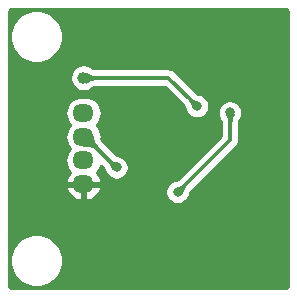
<source format=gbl>
G04 #@! TF.GenerationSoftware,KiCad,Pcbnew,(5.1.2)-1*
G04 #@! TF.CreationDate,2025-09-14T13:11:52+09:00*
G04 #@! TF.ProjectId,ots,6f74732e-6b69-4636-9164-5f7063625858,v1.1*
G04 #@! TF.SameCoordinates,Original*
G04 #@! TF.FileFunction,Copper,L2,Bot*
G04 #@! TF.FilePolarity,Positive*
%FSLAX46Y46*%
G04 Gerber Fmt 4.6, Leading zero omitted, Abs format (unit mm)*
G04 Created by KiCad (PCBNEW (5.1.2)-1) date 2025-09-14 13:11:52*
%MOMM*%
%LPD*%
G04 APERTURE LIST*
%ADD10C,1.000000*%
%ADD11O,1.800000X1.524000*%
%ADD12C,0.800000*%
%ADD13C,0.300000*%
%ADD14C,0.254000*%
%ADD15C,0.025400*%
G04 APERTURE END LIST*
D10*
X154000000Y-85500000D03*
D11*
X154000000Y-94500000D03*
X154000000Y-92500000D03*
X154000000Y-90500000D03*
X154000000Y-88500000D03*
D12*
X156800000Y-93100000D03*
X149500000Y-93900000D03*
X160700000Y-91100000D03*
X166000000Y-94300000D03*
X161500000Y-101100000D03*
X169800000Y-101500000D03*
X162000000Y-84800000D03*
X155700000Y-84399980D03*
X158400000Y-86800000D03*
X170200000Y-90000000D03*
X149600000Y-87000000D03*
X155900000Y-101000000D03*
X166395200Y-88434500D03*
X161975000Y-95175000D03*
X163600000Y-87900000D03*
D13*
X161975000Y-95175000D02*
X166395200Y-90754800D01*
X166395200Y-90754800D02*
X166395200Y-88434500D01*
X154000000Y-85500000D02*
X161200000Y-85500000D01*
X161200000Y-85500000D02*
X163200001Y-87500001D01*
X163200001Y-87500001D02*
X163600000Y-87900000D01*
X156738000Y-93100000D02*
X156800000Y-93100000D01*
X154138000Y-90500000D02*
X156738000Y-93100000D01*
X154000000Y-90500000D02*
X154138000Y-90500000D01*
D14*
G36*
X171065424Y-79669580D02*
G01*
X171128356Y-79688580D01*
X171186405Y-79719445D01*
X171237343Y-79760989D01*
X171279248Y-79811644D01*
X171310515Y-79869471D01*
X171329956Y-79932272D01*
X171340000Y-80027835D01*
X171340001Y-102967711D01*
X171330420Y-103065424D01*
X171311420Y-103128357D01*
X171280554Y-103186406D01*
X171239011Y-103237343D01*
X171188356Y-103279248D01*
X171130529Y-103310515D01*
X171067728Y-103329956D01*
X170972165Y-103340000D01*
X148032279Y-103340000D01*
X147934576Y-103330420D01*
X147871643Y-103311420D01*
X147813594Y-103280554D01*
X147762657Y-103239011D01*
X147720752Y-103188356D01*
X147689485Y-103130529D01*
X147670044Y-103067728D01*
X147660000Y-102972165D01*
X147660000Y-100779872D01*
X147765000Y-100779872D01*
X147765000Y-101220128D01*
X147850890Y-101651925D01*
X148019369Y-102058669D01*
X148263962Y-102424729D01*
X148575271Y-102736038D01*
X148941331Y-102980631D01*
X149348075Y-103149110D01*
X149779872Y-103235000D01*
X150220128Y-103235000D01*
X150651925Y-103149110D01*
X151058669Y-102980631D01*
X151424729Y-102736038D01*
X151736038Y-102424729D01*
X151980631Y-102058669D01*
X152149110Y-101651925D01*
X152235000Y-101220128D01*
X152235000Y-100779872D01*
X152149110Y-100348075D01*
X151980631Y-99941331D01*
X151736038Y-99575271D01*
X151424729Y-99263962D01*
X151058669Y-99019369D01*
X150651925Y-98850890D01*
X150220128Y-98765000D01*
X149779872Y-98765000D01*
X149348075Y-98850890D01*
X148941331Y-99019369D01*
X148575271Y-99263962D01*
X148263962Y-99575271D01*
X148019369Y-99941331D01*
X147850890Y-100348075D01*
X147765000Y-100779872D01*
X147660000Y-100779872D01*
X147660000Y-94843070D01*
X152507780Y-94843070D01*
X152597476Y-95095068D01*
X152737865Y-95330330D01*
X152921454Y-95533683D01*
X153141188Y-95697312D01*
X153388622Y-95814929D01*
X153654248Y-95882014D01*
X153873000Y-95738749D01*
X153873000Y-94627000D01*
X154127000Y-94627000D01*
X154127000Y-95738749D01*
X154345752Y-95882014D01*
X154611378Y-95814929D01*
X154858812Y-95697312D01*
X155078546Y-95533683D01*
X155262135Y-95330330D01*
X155402524Y-95095068D01*
X155410357Y-95073061D01*
X160940000Y-95073061D01*
X160940000Y-95276939D01*
X160979774Y-95476898D01*
X161057795Y-95665256D01*
X161171063Y-95834774D01*
X161315226Y-95978937D01*
X161484744Y-96092205D01*
X161673102Y-96170226D01*
X161873061Y-96210000D01*
X162076939Y-96210000D01*
X162276898Y-96170226D01*
X162465256Y-96092205D01*
X162634774Y-95978937D01*
X162778937Y-95834774D01*
X162892205Y-95665256D01*
X162970226Y-95476898D01*
X162978432Y-95435644D01*
X162980525Y-95429185D01*
X162986940Y-95408157D01*
X163005513Y-95343267D01*
X163008083Y-95334021D01*
X163022831Y-95279388D01*
X163033071Y-95243356D01*
X163037611Y-95229818D01*
X163040243Y-95225930D01*
X163056074Y-95206490D01*
X163095367Y-95164790D01*
X166923011Y-91337146D01*
X166952964Y-91312564D01*
X167051062Y-91193033D01*
X167123954Y-91056660D01*
X167150062Y-90970594D01*
X167168842Y-90908687D01*
X167176220Y-90833774D01*
X167180200Y-90793361D01*
X167180200Y-90793356D01*
X167183997Y-90754800D01*
X167180200Y-90716244D01*
X167180200Y-89233946D01*
X167181903Y-89176659D01*
X167184454Y-89151726D01*
X167185341Y-89147120D01*
X167191702Y-89134340D01*
X167209929Y-89101639D01*
X167238144Y-89052559D01*
X167242865Y-89044200D01*
X167275616Y-88985183D01*
X167285950Y-88965777D01*
X167289039Y-88959725D01*
X167312405Y-88924756D01*
X167390426Y-88736398D01*
X167430200Y-88536439D01*
X167430200Y-88332561D01*
X167390426Y-88132602D01*
X167312405Y-87944244D01*
X167199137Y-87774726D01*
X167054974Y-87630563D01*
X166885456Y-87517295D01*
X166697098Y-87439274D01*
X166497139Y-87399500D01*
X166293261Y-87399500D01*
X166093302Y-87439274D01*
X165904944Y-87517295D01*
X165735426Y-87630563D01*
X165591263Y-87774726D01*
X165477995Y-87944244D01*
X165399974Y-88132602D01*
X165360200Y-88332561D01*
X165360200Y-88536439D01*
X165399974Y-88736398D01*
X165477995Y-88924756D01*
X165501353Y-88959714D01*
X165504445Y-88965771D01*
X165514783Y-88985183D01*
X165547534Y-89044200D01*
X165552255Y-89052559D01*
X165580470Y-89101639D01*
X165598697Y-89134340D01*
X165605058Y-89147120D01*
X165605945Y-89151726D01*
X165608496Y-89176660D01*
X165610201Y-89233979D01*
X165610200Y-90429643D01*
X161985220Y-94054623D01*
X161943509Y-94093925D01*
X161924069Y-94109756D01*
X161920181Y-94112388D01*
X161906643Y-94116928D01*
X161870611Y-94127168D01*
X161815978Y-94141916D01*
X161806732Y-94144486D01*
X161741842Y-94163059D01*
X161720804Y-94169477D01*
X161714345Y-94171570D01*
X161673102Y-94179774D01*
X161484744Y-94257795D01*
X161315226Y-94371063D01*
X161171063Y-94515226D01*
X161057795Y-94684744D01*
X160979774Y-94873102D01*
X160940000Y-95073061D01*
X155410357Y-95073061D01*
X155492220Y-94843070D01*
X155369720Y-94627000D01*
X154127000Y-94627000D01*
X153873000Y-94627000D01*
X152630280Y-94627000D01*
X152507780Y-94843070D01*
X147660000Y-94843070D01*
X147660000Y-88500000D01*
X152458241Y-88500000D01*
X152485214Y-88773860D01*
X152565096Y-89037195D01*
X152694817Y-89279887D01*
X152869392Y-89492608D01*
X152878399Y-89500000D01*
X152869392Y-89507392D01*
X152694817Y-89720113D01*
X152565096Y-89962805D01*
X152485214Y-90226140D01*
X152458241Y-90500000D01*
X152485214Y-90773860D01*
X152565096Y-91037195D01*
X152694817Y-91279887D01*
X152869392Y-91492608D01*
X152878399Y-91500000D01*
X152869392Y-91507392D01*
X152694817Y-91720113D01*
X152565096Y-91962805D01*
X152485214Y-92226140D01*
X152458241Y-92500000D01*
X152485214Y-92773860D01*
X152565096Y-93037195D01*
X152694817Y-93279887D01*
X152869392Y-93492608D01*
X152885663Y-93505961D01*
X152737865Y-93669670D01*
X152597476Y-93904932D01*
X152507780Y-94156930D01*
X152630280Y-94373000D01*
X153873000Y-94373000D01*
X153873000Y-94353000D01*
X154127000Y-94353000D01*
X154127000Y-94373000D01*
X155369720Y-94373000D01*
X155492220Y-94156930D01*
X155402524Y-93904932D01*
X155262135Y-93669670D01*
X155114337Y-93505961D01*
X155130608Y-93492608D01*
X155305183Y-93279887D01*
X155434904Y-93037195D01*
X155465192Y-92937350D01*
X155639717Y-93111875D01*
X155686338Y-93160973D01*
X155710522Y-93189840D01*
X155722407Y-93206396D01*
X155728445Y-93216456D01*
X155734851Y-93229305D01*
X155745674Y-93254769D01*
X155762837Y-93299176D01*
X155785269Y-93357836D01*
X155790069Y-93370010D01*
X155816881Y-93436015D01*
X155825897Y-93457109D01*
X155848471Y-93507390D01*
X155882795Y-93590256D01*
X155996063Y-93759774D01*
X156140226Y-93903937D01*
X156309744Y-94017205D01*
X156498102Y-94095226D01*
X156698061Y-94135000D01*
X156901939Y-94135000D01*
X157101898Y-94095226D01*
X157290256Y-94017205D01*
X157459774Y-93903937D01*
X157603937Y-93759774D01*
X157717205Y-93590256D01*
X157795226Y-93401898D01*
X157835000Y-93201939D01*
X157835000Y-92998061D01*
X157795226Y-92798102D01*
X157717205Y-92609744D01*
X157603937Y-92440226D01*
X157459774Y-92296063D01*
X157290256Y-92182795D01*
X157101898Y-92104774D01*
X157003722Y-92085246D01*
X156947990Y-92073424D01*
X156932629Y-92070363D01*
X156867133Y-92058150D01*
X156865832Y-92057909D01*
X156815502Y-92048632D01*
X156796832Y-92044638D01*
X156788074Y-92037571D01*
X156748769Y-92000612D01*
X155708459Y-90960302D01*
X155614456Y-90857647D01*
X155564195Y-90789728D01*
X155535842Y-90739844D01*
X155521515Y-90705538D01*
X155541759Y-90500000D01*
X155514786Y-90226140D01*
X155434904Y-89962805D01*
X155305183Y-89720113D01*
X155130608Y-89507392D01*
X155121601Y-89500000D01*
X155130608Y-89492608D01*
X155305183Y-89279887D01*
X155434904Y-89037195D01*
X155514786Y-88773860D01*
X155541759Y-88500000D01*
X155514786Y-88226140D01*
X155434904Y-87962805D01*
X155305183Y-87720113D01*
X155130608Y-87507392D01*
X154917887Y-87332817D01*
X154675195Y-87203096D01*
X154411860Y-87123214D01*
X154206625Y-87103000D01*
X153793375Y-87103000D01*
X153588140Y-87123214D01*
X153324805Y-87203096D01*
X153082113Y-87332817D01*
X152869392Y-87507392D01*
X152694817Y-87720113D01*
X152565096Y-87962805D01*
X152485214Y-88226140D01*
X152458241Y-88500000D01*
X147660000Y-88500000D01*
X147660000Y-85388212D01*
X152865000Y-85388212D01*
X152865000Y-85611788D01*
X152908617Y-85831067D01*
X152994176Y-86037624D01*
X153118388Y-86223520D01*
X153276480Y-86381612D01*
X153462376Y-86505824D01*
X153668933Y-86591383D01*
X153888212Y-86635000D01*
X154111788Y-86635000D01*
X154331067Y-86591383D01*
X154537624Y-86505824D01*
X154581479Y-86476521D01*
X154600002Y-86466846D01*
X154630198Y-86450012D01*
X154705345Y-86405395D01*
X154723883Y-86393954D01*
X154790049Y-86351534D01*
X154791410Y-86350659D01*
X154842522Y-86317706D01*
X154871034Y-86300805D01*
X154881337Y-86295734D01*
X154884505Y-86294575D01*
X154895667Y-86291907D01*
X154928447Y-86287725D01*
X155001789Y-86285000D01*
X160874843Y-86285000D01*
X162472768Y-87882925D01*
X162513696Y-87926278D01*
X162531220Y-87947661D01*
X162535924Y-87954530D01*
X162536281Y-87955352D01*
X162541368Y-87970102D01*
X162551821Y-88005852D01*
X162566963Y-88060690D01*
X162569191Y-88068559D01*
X162588254Y-88134285D01*
X162594277Y-88153867D01*
X162596704Y-88161325D01*
X162604774Y-88201898D01*
X162682795Y-88390256D01*
X162796063Y-88559774D01*
X162940226Y-88703937D01*
X163109744Y-88817205D01*
X163298102Y-88895226D01*
X163498061Y-88935000D01*
X163701939Y-88935000D01*
X163901898Y-88895226D01*
X164090256Y-88817205D01*
X164259774Y-88703937D01*
X164403937Y-88559774D01*
X164517205Y-88390256D01*
X164595226Y-88201898D01*
X164635000Y-88001939D01*
X164635000Y-87798061D01*
X164595226Y-87598102D01*
X164517205Y-87409744D01*
X164403937Y-87240226D01*
X164259774Y-87096063D01*
X164090256Y-86982795D01*
X163901898Y-86904774D01*
X163861325Y-86896704D01*
X163853867Y-86894277D01*
X163834285Y-86888254D01*
X163768559Y-86869191D01*
X163760690Y-86866963D01*
X163705852Y-86851821D01*
X163670102Y-86841368D01*
X163655352Y-86836281D01*
X163654530Y-86835924D01*
X163647661Y-86831220D01*
X163626278Y-86813696D01*
X163582925Y-86772768D01*
X161782347Y-84972190D01*
X161757764Y-84942236D01*
X161638233Y-84844138D01*
X161501860Y-84771246D01*
X161353887Y-84726359D01*
X161238561Y-84715000D01*
X161238553Y-84715000D01*
X161200000Y-84711203D01*
X161161447Y-84715000D01*
X155001798Y-84715000D01*
X154928448Y-84712274D01*
X154895667Y-84708092D01*
X154884505Y-84705424D01*
X154881337Y-84704265D01*
X154871034Y-84699194D01*
X154842522Y-84682293D01*
X154791410Y-84649340D01*
X154790049Y-84648465D01*
X154723883Y-84606045D01*
X154705345Y-84594604D01*
X154630198Y-84549987D01*
X154599997Y-84533151D01*
X154581478Y-84523478D01*
X154537624Y-84494176D01*
X154331067Y-84408617D01*
X154111788Y-84365000D01*
X153888212Y-84365000D01*
X153668933Y-84408617D01*
X153462376Y-84494176D01*
X153276480Y-84618388D01*
X153118388Y-84776480D01*
X152994176Y-84962376D01*
X152908617Y-85168933D01*
X152865000Y-85388212D01*
X147660000Y-85388212D01*
X147660000Y-81779872D01*
X147765000Y-81779872D01*
X147765000Y-82220128D01*
X147850890Y-82651925D01*
X148019369Y-83058669D01*
X148263962Y-83424729D01*
X148575271Y-83736038D01*
X148941331Y-83980631D01*
X149348075Y-84149110D01*
X149779872Y-84235000D01*
X150220128Y-84235000D01*
X150651925Y-84149110D01*
X151058669Y-83980631D01*
X151424729Y-83736038D01*
X151736038Y-83424729D01*
X151980631Y-83058669D01*
X152149110Y-82651925D01*
X152235000Y-82220128D01*
X152235000Y-81779872D01*
X152149110Y-81348075D01*
X151980631Y-80941331D01*
X151736038Y-80575271D01*
X151424729Y-80263962D01*
X151058669Y-80019369D01*
X150651925Y-79850890D01*
X150220128Y-79765000D01*
X149779872Y-79765000D01*
X149348075Y-79850890D01*
X148941331Y-80019369D01*
X148575271Y-80263962D01*
X148263962Y-80575271D01*
X148019369Y-80941331D01*
X147850890Y-81348075D01*
X147765000Y-81779872D01*
X147660000Y-81779872D01*
X147660000Y-80032279D01*
X147669580Y-79934576D01*
X147688580Y-79871644D01*
X147719445Y-79813595D01*
X147760989Y-79762657D01*
X147811644Y-79720752D01*
X147869471Y-79689485D01*
X147932272Y-79670044D01*
X148027835Y-79660000D01*
X170967721Y-79660000D01*
X171065424Y-79669580D01*
X171065424Y-79669580D01*
G37*
X171065424Y-79669580D02*
X171128356Y-79688580D01*
X171186405Y-79719445D01*
X171237343Y-79760989D01*
X171279248Y-79811644D01*
X171310515Y-79869471D01*
X171329956Y-79932272D01*
X171340000Y-80027835D01*
X171340001Y-102967711D01*
X171330420Y-103065424D01*
X171311420Y-103128357D01*
X171280554Y-103186406D01*
X171239011Y-103237343D01*
X171188356Y-103279248D01*
X171130529Y-103310515D01*
X171067728Y-103329956D01*
X170972165Y-103340000D01*
X148032279Y-103340000D01*
X147934576Y-103330420D01*
X147871643Y-103311420D01*
X147813594Y-103280554D01*
X147762657Y-103239011D01*
X147720752Y-103188356D01*
X147689485Y-103130529D01*
X147670044Y-103067728D01*
X147660000Y-102972165D01*
X147660000Y-100779872D01*
X147765000Y-100779872D01*
X147765000Y-101220128D01*
X147850890Y-101651925D01*
X148019369Y-102058669D01*
X148263962Y-102424729D01*
X148575271Y-102736038D01*
X148941331Y-102980631D01*
X149348075Y-103149110D01*
X149779872Y-103235000D01*
X150220128Y-103235000D01*
X150651925Y-103149110D01*
X151058669Y-102980631D01*
X151424729Y-102736038D01*
X151736038Y-102424729D01*
X151980631Y-102058669D01*
X152149110Y-101651925D01*
X152235000Y-101220128D01*
X152235000Y-100779872D01*
X152149110Y-100348075D01*
X151980631Y-99941331D01*
X151736038Y-99575271D01*
X151424729Y-99263962D01*
X151058669Y-99019369D01*
X150651925Y-98850890D01*
X150220128Y-98765000D01*
X149779872Y-98765000D01*
X149348075Y-98850890D01*
X148941331Y-99019369D01*
X148575271Y-99263962D01*
X148263962Y-99575271D01*
X148019369Y-99941331D01*
X147850890Y-100348075D01*
X147765000Y-100779872D01*
X147660000Y-100779872D01*
X147660000Y-94843070D01*
X152507780Y-94843070D01*
X152597476Y-95095068D01*
X152737865Y-95330330D01*
X152921454Y-95533683D01*
X153141188Y-95697312D01*
X153388622Y-95814929D01*
X153654248Y-95882014D01*
X153873000Y-95738749D01*
X153873000Y-94627000D01*
X154127000Y-94627000D01*
X154127000Y-95738749D01*
X154345752Y-95882014D01*
X154611378Y-95814929D01*
X154858812Y-95697312D01*
X155078546Y-95533683D01*
X155262135Y-95330330D01*
X155402524Y-95095068D01*
X155410357Y-95073061D01*
X160940000Y-95073061D01*
X160940000Y-95276939D01*
X160979774Y-95476898D01*
X161057795Y-95665256D01*
X161171063Y-95834774D01*
X161315226Y-95978937D01*
X161484744Y-96092205D01*
X161673102Y-96170226D01*
X161873061Y-96210000D01*
X162076939Y-96210000D01*
X162276898Y-96170226D01*
X162465256Y-96092205D01*
X162634774Y-95978937D01*
X162778937Y-95834774D01*
X162892205Y-95665256D01*
X162970226Y-95476898D01*
X162978432Y-95435644D01*
X162980525Y-95429185D01*
X162986940Y-95408157D01*
X163005513Y-95343267D01*
X163008083Y-95334021D01*
X163022831Y-95279388D01*
X163033071Y-95243356D01*
X163037611Y-95229818D01*
X163040243Y-95225930D01*
X163056074Y-95206490D01*
X163095367Y-95164790D01*
X166923011Y-91337146D01*
X166952964Y-91312564D01*
X167051062Y-91193033D01*
X167123954Y-91056660D01*
X167150062Y-90970594D01*
X167168842Y-90908687D01*
X167176220Y-90833774D01*
X167180200Y-90793361D01*
X167180200Y-90793356D01*
X167183997Y-90754800D01*
X167180200Y-90716244D01*
X167180200Y-89233946D01*
X167181903Y-89176659D01*
X167184454Y-89151726D01*
X167185341Y-89147120D01*
X167191702Y-89134340D01*
X167209929Y-89101639D01*
X167238144Y-89052559D01*
X167242865Y-89044200D01*
X167275616Y-88985183D01*
X167285950Y-88965777D01*
X167289039Y-88959725D01*
X167312405Y-88924756D01*
X167390426Y-88736398D01*
X167430200Y-88536439D01*
X167430200Y-88332561D01*
X167390426Y-88132602D01*
X167312405Y-87944244D01*
X167199137Y-87774726D01*
X167054974Y-87630563D01*
X166885456Y-87517295D01*
X166697098Y-87439274D01*
X166497139Y-87399500D01*
X166293261Y-87399500D01*
X166093302Y-87439274D01*
X165904944Y-87517295D01*
X165735426Y-87630563D01*
X165591263Y-87774726D01*
X165477995Y-87944244D01*
X165399974Y-88132602D01*
X165360200Y-88332561D01*
X165360200Y-88536439D01*
X165399974Y-88736398D01*
X165477995Y-88924756D01*
X165501353Y-88959714D01*
X165504445Y-88965771D01*
X165514783Y-88985183D01*
X165547534Y-89044200D01*
X165552255Y-89052559D01*
X165580470Y-89101639D01*
X165598697Y-89134340D01*
X165605058Y-89147120D01*
X165605945Y-89151726D01*
X165608496Y-89176660D01*
X165610201Y-89233979D01*
X165610200Y-90429643D01*
X161985220Y-94054623D01*
X161943509Y-94093925D01*
X161924069Y-94109756D01*
X161920181Y-94112388D01*
X161906643Y-94116928D01*
X161870611Y-94127168D01*
X161815978Y-94141916D01*
X161806732Y-94144486D01*
X161741842Y-94163059D01*
X161720804Y-94169477D01*
X161714345Y-94171570D01*
X161673102Y-94179774D01*
X161484744Y-94257795D01*
X161315226Y-94371063D01*
X161171063Y-94515226D01*
X161057795Y-94684744D01*
X160979774Y-94873102D01*
X160940000Y-95073061D01*
X155410357Y-95073061D01*
X155492220Y-94843070D01*
X155369720Y-94627000D01*
X154127000Y-94627000D01*
X153873000Y-94627000D01*
X152630280Y-94627000D01*
X152507780Y-94843070D01*
X147660000Y-94843070D01*
X147660000Y-88500000D01*
X152458241Y-88500000D01*
X152485214Y-88773860D01*
X152565096Y-89037195D01*
X152694817Y-89279887D01*
X152869392Y-89492608D01*
X152878399Y-89500000D01*
X152869392Y-89507392D01*
X152694817Y-89720113D01*
X152565096Y-89962805D01*
X152485214Y-90226140D01*
X152458241Y-90500000D01*
X152485214Y-90773860D01*
X152565096Y-91037195D01*
X152694817Y-91279887D01*
X152869392Y-91492608D01*
X152878399Y-91500000D01*
X152869392Y-91507392D01*
X152694817Y-91720113D01*
X152565096Y-91962805D01*
X152485214Y-92226140D01*
X152458241Y-92500000D01*
X152485214Y-92773860D01*
X152565096Y-93037195D01*
X152694817Y-93279887D01*
X152869392Y-93492608D01*
X152885663Y-93505961D01*
X152737865Y-93669670D01*
X152597476Y-93904932D01*
X152507780Y-94156930D01*
X152630280Y-94373000D01*
X153873000Y-94373000D01*
X153873000Y-94353000D01*
X154127000Y-94353000D01*
X154127000Y-94373000D01*
X155369720Y-94373000D01*
X155492220Y-94156930D01*
X155402524Y-93904932D01*
X155262135Y-93669670D01*
X155114337Y-93505961D01*
X155130608Y-93492608D01*
X155305183Y-93279887D01*
X155434904Y-93037195D01*
X155465192Y-92937350D01*
X155639717Y-93111875D01*
X155686338Y-93160973D01*
X155710522Y-93189840D01*
X155722407Y-93206396D01*
X155728445Y-93216456D01*
X155734851Y-93229305D01*
X155745674Y-93254769D01*
X155762837Y-93299176D01*
X155785269Y-93357836D01*
X155790069Y-93370010D01*
X155816881Y-93436015D01*
X155825897Y-93457109D01*
X155848471Y-93507390D01*
X155882795Y-93590256D01*
X155996063Y-93759774D01*
X156140226Y-93903937D01*
X156309744Y-94017205D01*
X156498102Y-94095226D01*
X156698061Y-94135000D01*
X156901939Y-94135000D01*
X157101898Y-94095226D01*
X157290256Y-94017205D01*
X157459774Y-93903937D01*
X157603937Y-93759774D01*
X157717205Y-93590256D01*
X157795226Y-93401898D01*
X157835000Y-93201939D01*
X157835000Y-92998061D01*
X157795226Y-92798102D01*
X157717205Y-92609744D01*
X157603937Y-92440226D01*
X157459774Y-92296063D01*
X157290256Y-92182795D01*
X157101898Y-92104774D01*
X157003722Y-92085246D01*
X156947990Y-92073424D01*
X156932629Y-92070363D01*
X156867133Y-92058150D01*
X156865832Y-92057909D01*
X156815502Y-92048632D01*
X156796832Y-92044638D01*
X156788074Y-92037571D01*
X156748769Y-92000612D01*
X155708459Y-90960302D01*
X155614456Y-90857647D01*
X155564195Y-90789728D01*
X155535842Y-90739844D01*
X155521515Y-90705538D01*
X155541759Y-90500000D01*
X155514786Y-90226140D01*
X155434904Y-89962805D01*
X155305183Y-89720113D01*
X155130608Y-89507392D01*
X155121601Y-89500000D01*
X155130608Y-89492608D01*
X155305183Y-89279887D01*
X155434904Y-89037195D01*
X155514786Y-88773860D01*
X155541759Y-88500000D01*
X155514786Y-88226140D01*
X155434904Y-87962805D01*
X155305183Y-87720113D01*
X155130608Y-87507392D01*
X154917887Y-87332817D01*
X154675195Y-87203096D01*
X154411860Y-87123214D01*
X154206625Y-87103000D01*
X153793375Y-87103000D01*
X153588140Y-87123214D01*
X153324805Y-87203096D01*
X153082113Y-87332817D01*
X152869392Y-87507392D01*
X152694817Y-87720113D01*
X152565096Y-87962805D01*
X152485214Y-88226140D01*
X152458241Y-88500000D01*
X147660000Y-88500000D01*
X147660000Y-85388212D01*
X152865000Y-85388212D01*
X152865000Y-85611788D01*
X152908617Y-85831067D01*
X152994176Y-86037624D01*
X153118388Y-86223520D01*
X153276480Y-86381612D01*
X153462376Y-86505824D01*
X153668933Y-86591383D01*
X153888212Y-86635000D01*
X154111788Y-86635000D01*
X154331067Y-86591383D01*
X154537624Y-86505824D01*
X154581479Y-86476521D01*
X154600002Y-86466846D01*
X154630198Y-86450012D01*
X154705345Y-86405395D01*
X154723883Y-86393954D01*
X154790049Y-86351534D01*
X154791410Y-86350659D01*
X154842522Y-86317706D01*
X154871034Y-86300805D01*
X154881337Y-86295734D01*
X154884505Y-86294575D01*
X154895667Y-86291907D01*
X154928447Y-86287725D01*
X155001789Y-86285000D01*
X160874843Y-86285000D01*
X162472768Y-87882925D01*
X162513696Y-87926278D01*
X162531220Y-87947661D01*
X162535924Y-87954530D01*
X162536281Y-87955352D01*
X162541368Y-87970102D01*
X162551821Y-88005852D01*
X162566963Y-88060690D01*
X162569191Y-88068559D01*
X162588254Y-88134285D01*
X162594277Y-88153867D01*
X162596704Y-88161325D01*
X162604774Y-88201898D01*
X162682795Y-88390256D01*
X162796063Y-88559774D01*
X162940226Y-88703937D01*
X163109744Y-88817205D01*
X163298102Y-88895226D01*
X163498061Y-88935000D01*
X163701939Y-88935000D01*
X163901898Y-88895226D01*
X164090256Y-88817205D01*
X164259774Y-88703937D01*
X164403937Y-88559774D01*
X164517205Y-88390256D01*
X164595226Y-88201898D01*
X164635000Y-88001939D01*
X164635000Y-87798061D01*
X164595226Y-87598102D01*
X164517205Y-87409744D01*
X164403937Y-87240226D01*
X164259774Y-87096063D01*
X164090256Y-86982795D01*
X163901898Y-86904774D01*
X163861325Y-86896704D01*
X163853867Y-86894277D01*
X163834285Y-86888254D01*
X163768559Y-86869191D01*
X163760690Y-86866963D01*
X163705852Y-86851821D01*
X163670102Y-86841368D01*
X163655352Y-86836281D01*
X163654530Y-86835924D01*
X163647661Y-86831220D01*
X163626278Y-86813696D01*
X163582925Y-86772768D01*
X161782347Y-84972190D01*
X161757764Y-84942236D01*
X161638233Y-84844138D01*
X161501860Y-84771246D01*
X161353887Y-84726359D01*
X161238561Y-84715000D01*
X161238553Y-84715000D01*
X161200000Y-84711203D01*
X161161447Y-84715000D01*
X155001798Y-84715000D01*
X154928448Y-84712274D01*
X154895667Y-84708092D01*
X154884505Y-84705424D01*
X154881337Y-84704265D01*
X154871034Y-84699194D01*
X154842522Y-84682293D01*
X154791410Y-84649340D01*
X154790049Y-84648465D01*
X154723883Y-84606045D01*
X154705345Y-84594604D01*
X154630198Y-84549987D01*
X154599997Y-84533151D01*
X154581478Y-84523478D01*
X154537624Y-84494176D01*
X154331067Y-84408617D01*
X154111788Y-84365000D01*
X153888212Y-84365000D01*
X153668933Y-84408617D01*
X153462376Y-84494176D01*
X153276480Y-84618388D01*
X153118388Y-84776480D01*
X152994176Y-84962376D01*
X152908617Y-85168933D01*
X152865000Y-85388212D01*
X147660000Y-85388212D01*
X147660000Y-81779872D01*
X147765000Y-81779872D01*
X147765000Y-82220128D01*
X147850890Y-82651925D01*
X148019369Y-83058669D01*
X148263962Y-83424729D01*
X148575271Y-83736038D01*
X148941331Y-83980631D01*
X149348075Y-84149110D01*
X149779872Y-84235000D01*
X150220128Y-84235000D01*
X150651925Y-84149110D01*
X151058669Y-83980631D01*
X151424729Y-83736038D01*
X151736038Y-83424729D01*
X151980631Y-83058669D01*
X152149110Y-82651925D01*
X152235000Y-82220128D01*
X152235000Y-81779872D01*
X152149110Y-81348075D01*
X151980631Y-80941331D01*
X151736038Y-80575271D01*
X151424729Y-80263962D01*
X151058669Y-80019369D01*
X150651925Y-79850890D01*
X150220128Y-79765000D01*
X149779872Y-79765000D01*
X149348075Y-79850890D01*
X148941331Y-80019369D01*
X148575271Y-80263962D01*
X148263962Y-80575271D01*
X148019369Y-80941331D01*
X147850890Y-81348075D01*
X147765000Y-81779872D01*
X147660000Y-81779872D01*
X147660000Y-80032279D01*
X147669580Y-79934576D01*
X147688580Y-79871644D01*
X147719445Y-79813595D01*
X147760989Y-79762657D01*
X147811644Y-79720752D01*
X147869471Y-79689485D01*
X147932272Y-79670044D01*
X148027835Y-79660000D01*
X170967721Y-79660000D01*
X171065424Y-79669580D01*
D15*
G36*
X162621981Y-94722715D02*
G01*
X162568940Y-94779006D01*
X162568335Y-94779696D01*
X162520296Y-94838686D01*
X162519628Y-94839586D01*
X162482732Y-94894082D01*
X162482082Y-94895151D01*
X162454018Y-94946932D01*
X162453490Y-94948029D01*
X162431948Y-94998873D01*
X162431601Y-94999789D01*
X162414268Y-95051476D01*
X162414093Y-95052042D01*
X162398659Y-95106351D01*
X162398614Y-95106513D01*
X162382798Y-95165102D01*
X162364298Y-95229739D01*
X162343554Y-95293749D01*
X161846535Y-95303465D01*
X161856251Y-94806446D01*
X161920260Y-94785701D01*
X161984897Y-94767201D01*
X162043486Y-94751385D01*
X162043648Y-94751340D01*
X162097957Y-94735906D01*
X162098523Y-94735731D01*
X162150210Y-94718398D01*
X162151126Y-94718051D01*
X162201970Y-94696509D01*
X162203067Y-94695981D01*
X162254848Y-94667917D01*
X162255917Y-94667267D01*
X162310413Y-94630371D01*
X162311313Y-94629703D01*
X162370303Y-94581664D01*
X162370992Y-94581059D01*
X162427284Y-94528018D01*
X162621981Y-94722715D01*
X162621981Y-94722715D01*
G37*
X162621981Y-94722715D02*
X162568940Y-94779006D01*
X162568335Y-94779696D01*
X162520296Y-94838686D01*
X162519628Y-94839586D01*
X162482732Y-94894082D01*
X162482082Y-94895151D01*
X162454018Y-94946932D01*
X162453490Y-94948029D01*
X162431948Y-94998873D01*
X162431601Y-94999789D01*
X162414268Y-95051476D01*
X162414093Y-95052042D01*
X162398659Y-95106351D01*
X162398614Y-95106513D01*
X162382798Y-95165102D01*
X162364298Y-95229739D01*
X162343554Y-95293749D01*
X161846535Y-95303465D01*
X161856251Y-94806446D01*
X161920260Y-94785701D01*
X161984897Y-94767201D01*
X162043486Y-94751385D01*
X162043648Y-94751340D01*
X162097957Y-94735906D01*
X162098523Y-94735731D01*
X162150210Y-94718398D01*
X162151126Y-94718051D01*
X162201970Y-94696509D01*
X162203067Y-94695981D01*
X162254848Y-94667917D01*
X162255917Y-94667267D01*
X162310413Y-94630371D01*
X162311313Y-94629703D01*
X162370303Y-94581664D01*
X162370992Y-94581059D01*
X162427284Y-94528018D01*
X162621981Y-94722715D01*
G36*
X166739776Y-88611138D02*
G01*
X166709178Y-88671076D01*
X166676570Y-88729836D01*
X166646313Y-88782467D01*
X166646230Y-88782614D01*
X166618742Y-88831930D01*
X166618465Y-88832454D01*
X166594173Y-88881259D01*
X166593771Y-88882153D01*
X166573051Y-88933338D01*
X166572649Y-88934487D01*
X166555879Y-88990946D01*
X166555582Y-88992160D01*
X166543136Y-89056784D01*
X166542973Y-89057893D01*
X166535230Y-89133574D01*
X166535170Y-89134490D01*
X166532872Y-89211800D01*
X166257528Y-89211800D01*
X166255229Y-89134490D01*
X166255169Y-89133574D01*
X166247426Y-89057893D01*
X166247263Y-89056784D01*
X166234817Y-88992160D01*
X166234520Y-88990946D01*
X166217750Y-88934487D01*
X166217348Y-88933338D01*
X166196628Y-88882153D01*
X166196226Y-88881259D01*
X166171934Y-88832454D01*
X166171657Y-88831930D01*
X166144169Y-88782614D01*
X166144086Y-88782467D01*
X166113829Y-88729836D01*
X166081221Y-88671076D01*
X166050624Y-88611138D01*
X166395200Y-88252822D01*
X166739776Y-88611138D01*
X166739776Y-88611138D01*
G37*
X166739776Y-88611138D02*
X166709178Y-88671076D01*
X166676570Y-88729836D01*
X166646313Y-88782467D01*
X166646230Y-88782614D01*
X166618742Y-88831930D01*
X166618465Y-88832454D01*
X166594173Y-88881259D01*
X166593771Y-88882153D01*
X166573051Y-88933338D01*
X166572649Y-88934487D01*
X166555879Y-88990946D01*
X166555582Y-88992160D01*
X166543136Y-89056784D01*
X166542973Y-89057893D01*
X166535230Y-89133574D01*
X166535170Y-89134490D01*
X166532872Y-89211800D01*
X166257528Y-89211800D01*
X166255229Y-89134490D01*
X166255169Y-89133574D01*
X166247426Y-89057893D01*
X166247263Y-89056784D01*
X166234817Y-88992160D01*
X166234520Y-88990946D01*
X166217750Y-88934487D01*
X166217348Y-88933338D01*
X166196628Y-88882153D01*
X166196226Y-88881259D01*
X166171934Y-88832454D01*
X166171657Y-88831930D01*
X166144169Y-88782614D01*
X166144086Y-88782467D01*
X166113829Y-88729836D01*
X166081221Y-88671076D01*
X166050624Y-88611138D01*
X166395200Y-88252822D01*
X166739776Y-88611138D01*
G36*
X154299831Y-85107099D02*
G01*
X154374504Y-85151434D01*
X154440445Y-85193710D01*
X154440445Y-85193711D01*
X154501568Y-85233118D01*
X154501974Y-85233369D01*
X154561997Y-85268949D01*
X154562865Y-85269419D01*
X154625728Y-85300358D01*
X154626972Y-85300890D01*
X154696615Y-85326371D01*
X154698026Y-85326796D01*
X154778391Y-85346006D01*
X154779737Y-85346252D01*
X154874763Y-85358375D01*
X154875898Y-85358468D01*
X154977300Y-85362237D01*
X154977300Y-85637763D01*
X154875898Y-85641531D01*
X154874763Y-85641624D01*
X154779737Y-85653747D01*
X154778391Y-85653993D01*
X154698026Y-85673203D01*
X154696615Y-85673628D01*
X154626972Y-85699109D01*
X154625728Y-85699641D01*
X154562865Y-85730580D01*
X154561997Y-85731050D01*
X154501974Y-85766630D01*
X154501568Y-85766881D01*
X154440445Y-85806288D01*
X154440445Y-85806289D01*
X154374504Y-85848565D01*
X154299831Y-85892900D01*
X154220162Y-85934513D01*
X153768322Y-85500000D01*
X154220162Y-85065487D01*
X154299831Y-85107099D01*
X154299831Y-85107099D01*
G37*
X154299831Y-85107099D02*
X154374504Y-85151434D01*
X154440445Y-85193710D01*
X154440445Y-85193711D01*
X154501568Y-85233118D01*
X154501974Y-85233369D01*
X154561997Y-85268949D01*
X154562865Y-85269419D01*
X154625728Y-85300358D01*
X154626972Y-85300890D01*
X154696615Y-85326371D01*
X154698026Y-85326796D01*
X154778391Y-85346006D01*
X154779737Y-85346252D01*
X154874763Y-85358375D01*
X154875898Y-85358468D01*
X154977300Y-85362237D01*
X154977300Y-85637763D01*
X154875898Y-85641531D01*
X154874763Y-85641624D01*
X154779737Y-85653747D01*
X154778391Y-85653993D01*
X154698026Y-85673203D01*
X154696615Y-85673628D01*
X154626972Y-85699109D01*
X154625728Y-85699641D01*
X154562865Y-85730580D01*
X154561997Y-85731050D01*
X154501974Y-85766630D01*
X154501568Y-85766881D01*
X154440445Y-85806288D01*
X154440445Y-85806289D01*
X154374504Y-85848565D01*
X154299831Y-85892900D01*
X154220162Y-85934513D01*
X153768322Y-85500000D01*
X154220162Y-85065487D01*
X154299831Y-85107099D01*
G36*
X163197836Y-87299955D02*
G01*
X163198504Y-87300543D01*
X163258245Y-87349503D01*
X163259119Y-87350158D01*
X163314248Y-87387915D01*
X163315291Y-87388558D01*
X163367632Y-87417424D01*
X163368711Y-87417954D01*
X163420084Y-87440238D01*
X163420997Y-87440593D01*
X163473225Y-87458607D01*
X163473802Y-87458791D01*
X163528707Y-87474844D01*
X163528891Y-87474896D01*
X163588236Y-87491283D01*
X163653659Y-87510258D01*
X163718749Y-87531435D01*
X163728465Y-88028465D01*
X163231435Y-88018749D01*
X163210258Y-87953659D01*
X163191283Y-87888236D01*
X163174896Y-87828891D01*
X163174844Y-87828707D01*
X163158791Y-87773802D01*
X163158607Y-87773225D01*
X163140593Y-87720997D01*
X163140238Y-87720084D01*
X163117954Y-87668711D01*
X163117424Y-87667632D01*
X163088558Y-87615291D01*
X163087915Y-87614248D01*
X163050158Y-87559119D01*
X163049503Y-87558245D01*
X163000543Y-87498504D01*
X162999955Y-87497836D01*
X162945955Y-87440635D01*
X163140635Y-87245955D01*
X163197836Y-87299955D01*
X163197836Y-87299955D01*
G37*
X163197836Y-87299955D02*
X163198504Y-87300543D01*
X163258245Y-87349503D01*
X163259119Y-87350158D01*
X163314248Y-87387915D01*
X163315291Y-87388558D01*
X163367632Y-87417424D01*
X163368711Y-87417954D01*
X163420084Y-87440238D01*
X163420997Y-87440593D01*
X163473225Y-87458607D01*
X163473802Y-87458791D01*
X163528707Y-87474844D01*
X163528891Y-87474896D01*
X163588236Y-87491283D01*
X163653659Y-87510258D01*
X163718749Y-87531435D01*
X163728465Y-88028465D01*
X163231435Y-88018749D01*
X163210258Y-87953659D01*
X163191283Y-87888236D01*
X163174896Y-87828891D01*
X163174844Y-87828707D01*
X163158791Y-87773802D01*
X163158607Y-87773225D01*
X163140593Y-87720997D01*
X163140238Y-87720084D01*
X163117954Y-87668711D01*
X163117424Y-87667632D01*
X163088558Y-87615291D01*
X163087915Y-87614248D01*
X163050158Y-87559119D01*
X163049503Y-87558245D01*
X163000543Y-87498504D01*
X162999955Y-87497836D01*
X162945955Y-87440635D01*
X163140635Y-87245955D01*
X163197836Y-87299955D01*
G36*
X156361892Y-92525898D02*
G01*
X156362617Y-92526530D01*
X156420670Y-92573373D01*
X156421640Y-92574082D01*
X156475553Y-92609734D01*
X156476740Y-92610430D01*
X156528248Y-92636974D01*
X156529514Y-92637541D01*
X156580351Y-92657057D01*
X156581471Y-92657428D01*
X156633371Y-92671997D01*
X156634146Y-92672189D01*
X156688844Y-92683892D01*
X156689199Y-92683963D01*
X156748429Y-92694880D01*
X156813738Y-92707058D01*
X156878274Y-92720747D01*
X156941579Y-93213850D01*
X156446411Y-93257832D01*
X156416875Y-93192044D01*
X156390195Y-93126363D01*
X156367420Y-93066805D01*
X156367404Y-93066763D01*
X156346031Y-93011464D01*
X156345873Y-93011074D01*
X156323418Y-92958242D01*
X156323096Y-92957544D01*
X156297026Y-92905253D01*
X156296549Y-92904383D01*
X156264328Y-92850708D01*
X156263756Y-92849838D01*
X156222851Y-92792854D01*
X156222269Y-92792104D01*
X156170145Y-92729886D01*
X156169620Y-92729297D01*
X156112265Y-92668895D01*
X156306938Y-92474222D01*
X156361892Y-92525898D01*
X156361892Y-92525898D01*
G37*
X156361892Y-92525898D02*
X156362617Y-92526530D01*
X156420670Y-92573373D01*
X156421640Y-92574082D01*
X156475553Y-92609734D01*
X156476740Y-92610430D01*
X156528248Y-92636974D01*
X156529514Y-92637541D01*
X156580351Y-92657057D01*
X156581471Y-92657428D01*
X156633371Y-92671997D01*
X156634146Y-92672189D01*
X156688844Y-92683892D01*
X156689199Y-92683963D01*
X156748429Y-92694880D01*
X156813738Y-92707058D01*
X156878274Y-92720747D01*
X156941579Y-93213850D01*
X156446411Y-93257832D01*
X156416875Y-93192044D01*
X156390195Y-93126363D01*
X156367420Y-93066805D01*
X156367404Y-93066763D01*
X156346031Y-93011464D01*
X156345873Y-93011074D01*
X156323418Y-92958242D01*
X156323096Y-92957544D01*
X156297026Y-92905253D01*
X156296549Y-92904383D01*
X156264328Y-92850708D01*
X156263756Y-92849838D01*
X156222851Y-92792854D01*
X156222269Y-92792104D01*
X156170145Y-92729886D01*
X156169620Y-92729297D01*
X156112265Y-92668895D01*
X156306938Y-92474222D01*
X156361892Y-92525898D01*
G36*
X154737711Y-90316171D02*
G01*
X154784813Y-90451486D01*
X154818563Y-90575274D01*
X154845596Y-90691089D01*
X154845621Y-90691192D01*
X154872521Y-90802253D01*
X154872716Y-90802966D01*
X154906089Y-90912465D01*
X154906518Y-90913656D01*
X154953018Y-91025007D01*
X154953696Y-91026389D01*
X155019981Y-91143009D01*
X155020813Y-91144288D01*
X155113539Y-91269591D01*
X155114382Y-91270613D01*
X155231997Y-91399053D01*
X155037011Y-91594039D01*
X154919748Y-91487700D01*
X154918565Y-91486749D01*
X154802535Y-91404447D01*
X154800963Y-91403496D01*
X154691875Y-91347787D01*
X154690069Y-91347034D01*
X154584674Y-91312347D01*
X154582993Y-91311918D01*
X154478042Y-91292684D01*
X154476851Y-91292524D01*
X154369094Y-91283172D01*
X154368558Y-91283136D01*
X154254747Y-91278096D01*
X154254747Y-91278097D01*
X154132017Y-91271820D01*
X153997078Y-91258768D01*
X153855139Y-91234854D01*
X153712888Y-90278411D01*
X154674127Y-90173653D01*
X154737711Y-90316171D01*
X154737711Y-90316171D01*
G37*
X154737711Y-90316171D02*
X154784813Y-90451486D01*
X154818563Y-90575274D01*
X154845596Y-90691089D01*
X154845621Y-90691192D01*
X154872521Y-90802253D01*
X154872716Y-90802966D01*
X154906089Y-90912465D01*
X154906518Y-90913656D01*
X154953018Y-91025007D01*
X154953696Y-91026389D01*
X155019981Y-91143009D01*
X155020813Y-91144288D01*
X155113539Y-91269591D01*
X155114382Y-91270613D01*
X155231997Y-91399053D01*
X155037011Y-91594039D01*
X154919748Y-91487700D01*
X154918565Y-91486749D01*
X154802535Y-91404447D01*
X154800963Y-91403496D01*
X154691875Y-91347787D01*
X154690069Y-91347034D01*
X154584674Y-91312347D01*
X154582993Y-91311918D01*
X154478042Y-91292684D01*
X154476851Y-91292524D01*
X154369094Y-91283172D01*
X154368558Y-91283136D01*
X154254747Y-91278096D01*
X154254747Y-91278097D01*
X154132017Y-91271820D01*
X153997078Y-91258768D01*
X153855139Y-91234854D01*
X153712888Y-90278411D01*
X154674127Y-90173653D01*
X154737711Y-90316171D01*
M02*

</source>
